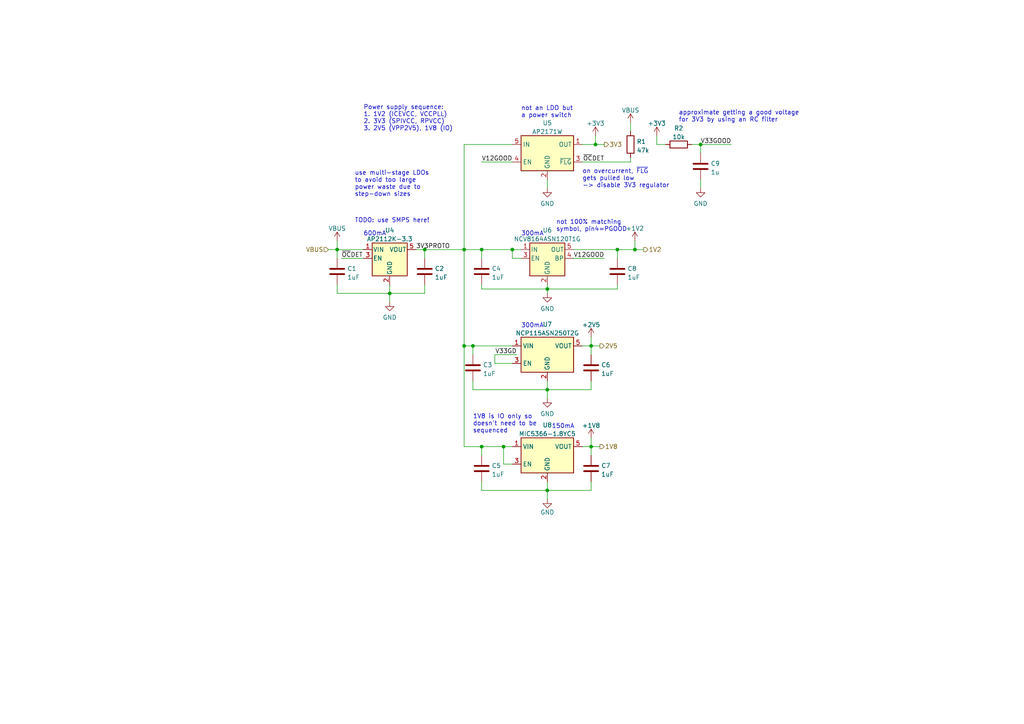
<source format=kicad_sch>
(kicad_sch (version 20211123) (generator eeschema)
  (paper "A4")
  (lib_symbols
    (symbol "Device:C" (pin_numbers hide) (pin_names (offset 0.254))
      (property "Reference" "C" (at 0.635 2.54 0))
      (property "Value" "C" (at 0.635 -2.54 0))
      (symbol "C_0_1"
        (polyline (pts (xy -2.032 -0.762) (xy 2.032 -0.762)) (stroke (width 0.508)))
        (polyline (pts (xy -2.032 0.762) (xy 2.032 0.762)) (stroke (width 0.508)))
      )
      (symbol "C_1_1"
        (pin passive line (at 0 3.81 270) (length 2.794) (name "~") (number "1"))
        (pin passive line (at 0 -3.81 90) (length 2.794) (name "~") (number "2"))
      )
    )
    (symbol "Device:R" (pin_numbers hide) (pin_names (offset 0))
      (property "Reference" "R" (at 2.032 0 90))
      (property "Value" "R" (at 0 0 90))
      (symbol "R_0_1"
        (rectangle (start -1.016 -2.54) (end 1.016 2.54) (stroke (width 0.254)))
      )
      (symbol "R_1_1"
        (pin passive line (at 0 3.81 270) (length 1.27) (name "~") (number "1"))
        (pin passive line (at 0 -3.81 90) (length 1.27) (name "~") (number "2"))
      )
    )
    (symbol "Power_Management:AP2171W"
      (property "Reference" "U" (at -7.62 -6.35 0))
      (property "Value" "AP2171W" (at -7.62 6.35 0))
      (symbol "AP2171W_0_1"
        (rectangle (start -7.62 5.08) (end 7.62 -5.08) (stroke (width 0.254)) (fill (type background)))
      )
      (symbol "AP2171W_1_1"
        (pin power_out line (at 10.16 2.54 180) (length 2.54) (name "OUT") (number "1"))
        (pin power_in line (at 0 -7.62 90) (length 2.54) (name "GND") (number "2"))
        (pin open_collector line (at 10.16 -2.54 180) (length 2.54) (name "~{FLG}") (number "3"))
        (pin input line (at -10.16 -2.54 0) (length 2.54) (name "EN") (number "4"))
        (pin power_in line (at -10.16 2.54 0) (length 2.54) (name "IN") (number "5"))
      )
    )
    (symbol "Regulator_Linear:AP2112K-3.3" (pin_names (offset 0.254))
      (property "Reference" "U" (at -5.08 5.715 0))
      (property "Value" "AP2112K-3.3" (at 0 5.715 0))
      (symbol "AP2112K-3.3_0_1"
        (rectangle (start -5.08 4.445) (end 5.08 -5.08) (stroke (width 0.254)) (fill (type background)))
      )
      (symbol "AP2112K-3.3_1_1"
        (pin power_in line (at -7.62 2.54 0) (length 2.54) (name "VIN") (number "1"))
        (pin power_in line (at 0 -7.62 90) (length 2.54) (name "GND") (number "2"))
        (pin input line (at -7.62 0 0) (length 2.54) (name "EN") (number "3"))
        (pin no_connect line (at 5.08 0 180) (length 2.54) hide (name "NC") (number "4"))
        (pin power_out line (at 7.62 2.54 180) (length 2.54) (name "VOUT") (number "5"))
      )
    )
    (symbol "Regulator_Linear:MIC5205-2.5YM5" (pin_names (offset 0.254))
      (property "Reference" "U" (at -3.81 5.715 0))
      (property "Value" "MIC5205-2.5YM5" (at 0 5.715 0))
      (symbol "MIC5205-2.5YM5_0_1"
        (rectangle (start -5.08 4.445) (end 5.08 -5.08) (stroke (width 0.254)) (fill (type background)))
      )
      (symbol "MIC5205-2.5YM5_1_1"
        (pin power_in line (at -7.62 2.54 0) (length 2.54) (name "IN") (number "1"))
        (pin power_in line (at 0 -7.62 90) (length 2.54) (name "GND") (number "2"))
        (pin input line (at -7.62 0 0) (length 2.54) (name "EN") (number "3"))
        (pin input line (at 7.62 0 180) (length 2.54) (name "BP") (number "4"))
        (pin power_out line (at 7.62 2.54 180) (length 2.54) (name "OUT") (number "5"))
      )
    )
    (symbol "Regulator_Linear:MIC5365-3.3YC5"
      (property "Reference" "U" (at -6.35 6.35 0))
      (property "Value" "MIC5365-3.3YC5" (at 0 6.35 0))
      (symbol "MIC5365-3.3YC5_0_1"
        (rectangle (start -7.62 -5.08) (end 7.62 5.08) (stroke (width 0.254)) (fill (type background)))
      )
      (symbol "MIC5365-3.3YC5_1_1"
        (pin power_in line (at -10.16 2.54 0) (length 2.54) (name "VIN") (number "1"))
        (pin power_in line (at 0 -7.62 90) (length 2.54) (name "GND") (number "2"))
        (pin input line (at -10.16 -2.54 0) (length 2.54) (name "EN") (number "3"))
        (pin no_connect line (at 7.62 -2.54 180) (length 2.54) hide (name "NC") (number "4"))
        (pin power_out line (at 10.16 2.54 180) (length 2.54) (name "VOUT") (number "5"))
      )
    )
    (symbol "power:+1V2" (power) (pin_names (offset 0))
      (property "Value" "+1V2" (at 0 3.556 0))
      (symbol "+1V2_0_1"
        (polyline (pts (xy -0.762 1.27) (xy 0 2.54)))
        (polyline (pts (xy 0 0) (xy 0 2.54)))
        (polyline (pts (xy 0 2.54) (xy 0.762 1.27)))
      )
      (symbol "+1V2_1_1"
        (pin power_in line (at 0 0 90) (length 0) hide (name "+1V2") (number "1"))
      )
    )
    (symbol "power:+1V8" (power) (pin_names (offset 0))
      (property "Value" "+1V8" (at 0 3.556 0))
      (symbol "+1V8_0_1"
        (polyline (pts (xy -0.762 1.27) (xy 0 2.54)))
        (polyline (pts (xy 0 0) (xy 0 2.54)))
        (polyline (pts (xy 0 2.54) (xy 0.762 1.27)))
      )
      (symbol "+1V8_1_1"
        (pin power_in line (at 0 0 90) (length 0) hide (name "+1V8") (number "1"))
      )
    )
    (symbol "power:+2V5" (power) (pin_names (offset 0))
      (property "Value" "+2V5" (at 0 3.556 0))
      (symbol "+2V5_0_1"
        (polyline (pts (xy -0.762 1.27) (xy 0 2.54)))
        (polyline (pts (xy 0 0) (xy 0 2.54)))
        (polyline (pts (xy 0 2.54) (xy 0.762 1.27)))
      )
      (symbol "+2V5_1_1"
        (pin power_in line (at 0 0 90) (length 0) hide (name "+2V5") (number "1"))
      )
    )
    (symbol "power:+3V3" (power) (pin_names (offset 0))
      (property "Value" "+3V3" (at 0 3.556 0))
      (symbol "+3V3_0_1"
        (polyline (pts (xy -0.762 1.27) (xy 0 2.54)))
        (polyline (pts (xy 0 0) (xy 0 2.54)))
        (polyline (pts (xy 0 2.54) (xy 0.762 1.27)))
      )
      (symbol "+3V3_1_1"
        (pin power_in line (at 0 0 90) (length 0) hide (name "+3V3") (number "1"))
      )
    )
    (symbol "power:GND" (power) (pin_names (offset 0))
      (property "Value" "GND" (at 0 -3.81 0))
      (symbol "GND_0_1"
        (polyline (pts (xy 0 0) (xy 0 -1.27) (xy 1.27 -1.27) (xy 0 -2.54) (xy -1.27 -1.27) (xy 0 -1.27)))
      )
      (symbol "GND_1_1"
        (pin power_in line (at 0 0 270) (length 0) hide (name "GND") (number "1"))
      )
    )
    (symbol "power:VBUS" (power) (pin_names (offset 0))
      (property "Value" "VBUS" (at 0 3.81 0))
      (symbol "VBUS_0_1"
        (polyline (pts (xy -0.762 1.27) (xy 0 2.54)))
        (polyline (pts (xy 0 0) (xy 0 2.54)))
        (polyline (pts (xy 0 2.54) (xy 0.762 1.27)))
      )
      (symbol "VBUS_1_1"
        (pin power_in line (at 0 0 90) (length 0) hide (name "VBUS") (number "1"))
      )
    )
  )
  (junction (at 148.59 72.39))
  (junction (at 171.45 100.33))
  (junction (at 184.15 72.39))
  (junction (at 97.79 72.39))
  (junction (at 171.45 129.54))
  (junction (at 158.75 142.24))
  (junction (at 137.16 100.33))
  (junction (at 179.07 72.39))
  (junction (at 172.72 41.91))
  (junction (at 158.75 113.03))
  (junction (at 134.62 100.33))
  (junction (at 203.2 41.91))
  (junction (at 139.7 72.39))
  (junction (at 113.03 85.09))
  (junction (at 139.7 129.54))
  (junction (at 158.75 83.82))
  (junction (at 123.19 72.39))
  (junction (at 146.05 129.54))
  (junction (at 134.62 72.39))
  (wire (pts (xy 171.45 100.33) (xy 173.99 100.33)))
  (wire (pts (xy 97.79 72.39) (xy 105.41 72.39)))
  (wire (pts (xy 143.51 105.41) (xy 148.59 105.41)))
  (wire (pts (xy 172.72 41.91) (xy 175.26 41.91)))
  (wire (pts (xy 171.45 110.49) (xy 171.45 113.03)))
  (wire (pts (xy 97.79 85.09) (xy 113.03 85.09)))
  (wire (pts (xy 184.15 69.85) (xy 184.15 72.39)))
  (wire (pts (xy 179.07 72.39) (xy 184.15 72.39)))
  (wire (pts (xy 139.7 129.54) (xy 146.05 129.54)))
  (wire (pts (xy 139.7 72.39) (xy 148.59 72.39)))
  (wire (pts (xy 139.7 72.39) (xy 139.7 74.93)))
  (wire (pts (xy 139.7 82.55) (xy 139.7 83.82)))
  (wire (pts (xy 182.88 45.72) (xy 182.88 46.99)))
  (wire (pts (xy 143.51 102.87) (xy 149.86 102.87)))
  (wire (pts (xy 137.16 100.33) (xy 137.16 102.87)))
  (wire (pts (xy 97.79 72.39) (xy 97.79 74.93)))
  (wire (pts (xy 137.16 100.33) (xy 148.59 100.33)))
  (wire (pts (xy 134.62 41.91) (xy 134.62 72.39)))
  (wire (pts (xy 99.06 74.93) (xy 105.41 74.93)))
  (wire (pts (xy 134.62 41.91) (xy 148.59 41.91)))
  (wire (pts (xy 171.45 142.24) (xy 158.75 142.24)))
  (wire (pts (xy 184.15 72.39) (xy 186.69 72.39)))
  (wire (pts (xy 158.75 142.24) (xy 158.75 144.78)))
  (wire (pts (xy 123.19 72.39) (xy 134.62 72.39)))
  (wire (pts (xy 158.75 139.7) (xy 158.75 142.24)))
  (wire (pts (xy 137.16 113.03) (xy 158.75 113.03)))
  (wire (pts (xy 148.59 134.62) (xy 146.05 134.62)))
  (wire (pts (xy 139.7 139.7) (xy 139.7 142.24)))
  (wire (pts (xy 134.62 129.54) (xy 139.7 129.54)))
  (wire (pts (xy 171.45 113.03) (xy 158.75 113.03)))
  (wire (pts (xy 143.51 105.41) (xy 143.51 102.87)))
  (wire (pts (xy 134.62 100.33) (xy 134.62 129.54)))
  (wire (pts (xy 146.05 129.54) (xy 148.59 129.54)))
  (wire (pts (xy 190.5 41.91) (xy 193.04 41.91)))
  (wire (pts (xy 158.75 113.03) (xy 158.75 110.49)))
  (wire (pts (xy 179.07 82.55) (xy 179.07 83.82)))
  (wire (pts (xy 171.45 129.54) (xy 171.45 132.08)))
  (wire (pts (xy 166.37 74.93) (xy 175.26 74.93)))
  (wire (pts (xy 134.62 100.33) (xy 137.16 100.33)))
  (wire (pts (xy 95.25 72.39) (xy 97.79 72.39)))
  (wire (pts (xy 139.7 142.24) (xy 158.75 142.24)))
  (wire (pts (xy 171.45 127) (xy 171.45 129.54)))
  (wire (pts (xy 97.79 82.55) (xy 97.79 85.09)))
  (wire (pts (xy 139.7 83.82) (xy 158.75 83.82)))
  (wire (pts (xy 168.91 41.91) (xy 172.72 41.91)))
  (wire (pts (xy 139.7 46.99) (xy 148.59 46.99)))
  (wire (pts (xy 158.75 82.55) (xy 158.75 83.82)))
  (wire (pts (xy 113.03 82.55) (xy 113.03 85.09)))
  (wire (pts (xy 179.07 72.39) (xy 179.07 74.93)))
  (wire (pts (xy 158.75 52.07) (xy 158.75 54.61)))
  (wire (pts (xy 171.45 139.7) (xy 171.45 142.24)))
  (wire (pts (xy 203.2 41.91) (xy 212.09 41.91)))
  (wire (pts (xy 171.45 97.79) (xy 171.45 100.33)))
  (wire (pts (xy 123.19 85.09) (xy 113.03 85.09)))
  (wire (pts (xy 123.19 82.55) (xy 123.19 85.09)))
  (wire (pts (xy 168.91 100.33) (xy 171.45 100.33)))
  (wire (pts (xy 203.2 41.91) (xy 203.2 44.45)))
  (wire (pts (xy 171.45 129.54) (xy 173.99 129.54)))
  (wire (pts (xy 113.03 85.09) (xy 113.03 87.63)))
  (wire (pts (xy 146.05 134.62) (xy 146.05 129.54)))
  (wire (pts (xy 190.5 41.91) (xy 190.5 39.37)))
  (wire (pts (xy 179.07 83.82) (xy 158.75 83.82)))
  (wire (pts (xy 166.37 72.39) (xy 179.07 72.39)))
  (wire (pts (xy 168.91 46.99) (xy 182.88 46.99)))
  (wire (pts (xy 182.88 35.56) (xy 182.88 38.1)))
  (wire (pts (xy 97.79 69.85) (xy 97.79 72.39)))
  (wire (pts (xy 172.72 41.91) (xy 172.72 39.37)))
  (wire (pts (xy 158.75 113.03) (xy 158.75 115.57)))
  (wire (pts (xy 137.16 110.49) (xy 137.16 113.03)))
  (wire (pts (xy 123.19 72.39) (xy 123.19 74.93)))
  (wire (pts (xy 134.62 72.39) (xy 134.62 100.33)))
  (wire (pts (xy 168.91 129.54) (xy 171.45 129.54)))
  (wire (pts (xy 158.75 83.82) (xy 158.75 85.09)))
  (wire (pts (xy 203.2 52.07) (xy 203.2 54.61)))
  (wire (pts (xy 171.45 100.33) (xy 171.45 102.87)))
  (wire (pts (xy 134.62 72.39) (xy 139.7 72.39)))
  (wire (pts (xy 120.65 72.39) (xy 123.19 72.39)))
  (wire (pts (xy 148.59 72.39) (xy 151.13 72.39)))
  (wire (pts (xy 139.7 129.54) (xy 139.7 132.08)))
  (wire (pts (xy 200.66 41.91) (xy 203.2 41.91)))
  (wire (pts (xy 151.13 74.93) (xy 148.59 74.93)))
  (wire (pts (xy 148.59 74.93) (xy 148.59 72.39)))
  (text "1V8 is IO only so\ndoesn't need to be\nsequenced" (at 137.16 125.73 0) (effects (font (size 1.27 1.27)) (justify left bottom)))
  (text "not an LDO but\na power switch" (at 151.13 34.29 0) (effects (font (size 1.27 1.27)) (justify left bottom)))
  (text "Power supply sequence:\n1. 1V2 (ICEVCC, VCCPLL)\n2. 3V3 (SPIVCC, RPVCC)\n3. 2V5 (VPP2V5), 1V8 (IO)" (at 105.41 38.1 0) (effects (font (size 1.27 1.27)) (justify left bottom)))
  (text "TODO: use SMPS here!" (at 102.87 64.77 0) (effects (font (size 1.27 1.27)) (justify left bottom)))
  (text "approximate getting a good voltage \nfor 3V3 by using an RC filter" (at 196.85 35.56 0) (effects (font (size 1.27 1.27)) (justify left bottom)))
  (text "on overcurrent, ~{FLG}\ngets pulled low\n-> disable 3V3 regulator" (at 168.91 54.61 0) (effects (font (size 1.27 1.27)) (justify left bottom)))
  (text "use multi-stage LDOs\nto avoid too large\npower waste due to\nstep-down sizes" (at 102.87 57.15 0) (effects (font (size 1.27 1.27)) (justify left bottom)))
  (text "150mA" (at 160.02 124.46 0) (effects (font (size 1.27 1.27)) (justify left bottom)))
  (text "600mA" (at 105.41 68.58 0) (effects (font (size 1.27 1.27)) (justify left bottom)))
  (text "300mA" (at 151.13 68.58 0) (effects (font (size 1.27 1.27)) (justify left bottom)))
  (text "300mA" (at 151.13 95.25 0) (effects (font (size 1.27 1.27)) (justify left bottom)))
  (text "not 100% matching\nsymbol, pin4=PGOOD" (at 161.29 67.31 0) (effects (font (size 1.27 1.27)) (justify left bottom)))
  (label "~{OC}DET" (at 99.06 74.93 0))
  (label "V12GOOD" (at 139.7 46.99 0))
  (label "~{OC}DET" (at 175.26 46.99 180))
  (label "3V3PROTO" (at 120.65 72.39 0))
  (label "V12GOOD" (at 175.26 74.93 180))
  (label "V33GD" (at 149.86 102.87 180))
  (label "V33GOOD" (at 212.09 41.91 180))
  (hierarchical_label "2V5" (shape output) (at 173.99 100.33 0))
  (hierarchical_label "1V8" (shape output) (at 173.99 129.54 0))
  (hierarchical_label "1V2" (shape output) (at 186.69 72.39 0))
  (hierarchical_label "VBUS" (shape input) (at 95.25 72.39 180))
  (hierarchical_label "3V3" (shape output) (at 175.26 41.91 0))
  (symbol (lib_id "Device:C") (at 171.45 106.68 0) (unit 1)
    (property "Reference" "C6" (at 174.371 105.8453 0) (effects (justify left)))
    (property "Value" "1uF" (at 174.371 108.3822 0) (effects (justify left)))
  )
  (symbol (lib_id "Device:C") (at 137.16 106.68 0) (unit 1)
    (property "Reference" "C3" (at 140.081 105.8453 0) (effects (justify left)))
    (property "Value" "1uF" (at 140.081 108.3822 0) (effects (justify left)))
  )
  (symbol (lib_id "power:+2V5") (at 171.45 97.79 0) (unit 1)
    (property "Reference" "#PWR08" (effects hide))
    (property "Value" "+2V5" (at 171.45 94.2142 0))
  )
  (symbol (lib_id "Regulator_Linear:AP2112K-3.3") (at 113.03 74.93 0) (unit 1)
    (property "Reference" "U4" (at 113.03 66.7852 0))
    (property "Value" "AP2112K-3.3" (at 113.03 69.3221 0))
    (property "Footprint" "Package_TO_SOT_SMD:SOT-23-5" (effects hide))
    (property "Datasheet" "https://www.diodes.com/assets/Datasheets/AP2112.pdf" (effects hide))
  )
  (symbol (lib_id "Regulator_Linear:MIC5365-3.3YC5") (at 158.75 132.08 0) (unit 1)
    (property "Reference" "U8" (at 158.75 123.3002 0))
    (property "Value" "MIC5366-1.8YC5" (at 158.75 125.8371 0))
    (property "Footprint" "Package_TO_SOT_SMD:SOT-353_SC-70-5" (effects hide))
    (property "Datasheet" "http://ww1.microchip.com/downloads/en/DeviceDoc/mic5365.pdf" (effects hide))
  )
  (symbol (lib_id "Device:C") (at 203.2 48.26 0) (unit 1)
    (property "Reference" "C9" (at 206.121 47.4253 0) (effects (justify left)))
    (property "Value" "1u" (at 206.121 49.9622 0) (effects (justify left)))
  )
  (symbol (lib_id "power:+3V3") (at 190.5 39.37 0) (unit 1)
    (property "Reference" "#PWR012" (effects hide))
    (property "Value" "+3V3" (at 190.5 35.7942 0))
  )
  (symbol (lib_id "Device:C") (at 139.7 78.74 0) (unit 1)
    (property "Reference" "C4" (at 142.621 77.9053 0) (effects (justify left)))
    (property "Value" "1uF" (at 142.621 80.4422 0) (effects (justify left)))
  )
  (symbol (lib_id "power:GND") (at 203.2 54.61 0) (unit 1)
    (property "Reference" "#PWR013" (effects hide))
    (property "Value" "GND" (at 203.2 59.0534 0))
  )
  (symbol (lib_id "Device:C") (at 171.45 135.89 0) (unit 1)
    (property "Reference" "C7" (at 174.371 135.0553 0) (effects (justify left)))
    (property "Value" "1uF" (at 174.371 137.5922 0) (effects (justify left)))
  )
  (symbol (lib_id "power:GND") (at 158.75 115.57 0) (unit 1)
    (property "Reference" "#PWR05" (effects hide))
    (property "Value" "GND" (at 158.75 120.0134 0))
  )
  (symbol (lib_id "power:GND") (at 158.75 144.78 0) (unit 1)
    (property "Reference" "#PWR06" (effects hide))
    (property "Value" "GND" (at 158.75 148.59 0))
  )
  (symbol (lib_id "power:+3V3") (at 172.72 39.37 0) (unit 1)
    (property "Reference" "#PWR07" (effects hide))
    (property "Value" "+3V3" (at 172.72 35.7942 0))
  )
  (symbol (lib_id "Power_Management:AP2171W") (at 158.75 44.45 0) (unit 1)
    (property "Reference" "U5" (at 158.75 35.6702 0))
    (property "Value" "AP2171W" (at 158.75 38.2071 0))
    (property "Footprint" "Package_TO_SOT_SMD:SOT-23-5" (effects hide))
    (property "Datasheet" "https://www.diodes.com/assets/Datasheets/AP2161.pdf" (effects hide))
  )
  (symbol (lib_id "Device:C") (at 179.07 78.74 0) (unit 1)
    (property "Reference" "C8" (at 181.991 77.9053 0) (effects (justify left)))
    (property "Value" "1uF" (at 181.991 80.4422 0) (effects (justify left)))
  )
  (symbol (lib_id "Device:C") (at 123.19 78.74 0) (unit 1)
    (property "Reference" "C2" (at 126.111 77.9053 0) (effects (justify left)))
    (property "Value" "1uF" (at 126.111 80.4422 0) (effects (justify left)))
  )
  (symbol (lib_id "power:VBUS") (at 97.79 69.85 0) (unit 1)
    (property "Reference" "#PWR01" (effects hide))
    (property "Value" "VBUS" (at 97.79 66.2742 0))
  )
  (symbol (lib_id "power:GND") (at 113.03 87.63 0) (unit 1)
    (property "Reference" "#PWR02" (effects hide))
    (property "Value" "GND" (at 113.03 92.0734 0))
  )
  (symbol (lib_id "Device:R") (at 182.88 41.91 0) (unit 1)
    (property "Reference" "R1" (at 184.658 41.0753 0) (effects (justify left)))
    (property "Value" "47k" (at 184.658 43.6122 0) (effects (justify left)))
  )
  (symbol (lib_id "Device:C") (at 97.79 78.74 0) (unit 1)
    (property "Reference" "C1" (at 100.711 77.9053 0) (effects (justify left)))
    (property "Value" "1uF" (at 100.711 80.4422 0) (effects (justify left)))
  )
  (symbol (lib_id "power:+1V8") (at 171.45 127 0) (unit 1)
    (property "Reference" "#PWR09" (effects hide))
    (property "Value" "+1V8" (at 171.45 123.4242 0))
  )
  (symbol (lib_id "Regulator_Linear:MIC5365-3.3YC5") (at 158.75 102.87 0) (unit 1)
    (property "Reference" "U7" (at 158.75 94.0902 0))
    (property "Value" "NCP115ASN250T2G" (at 158.75 96.6271 0))
    (property "Footprint" "Package_TO_SOT_SMD:TSOT-23-5" (effects hide))
    (property "Datasheet" "https://www.onsemi.com/pub/Collateral/NCP115-D.PDF" (effects hide))
  )
  (symbol (lib_id "power:GND") (at 158.75 85.09 0) (unit 1)
    (property "Reference" "#PWR04" (effects hide))
    (property "Value" "GND" (at 158.75 89.5334 0))
  )
  (symbol (lib_id "power:GND") (at 158.75 54.61 0) (unit 1)
    (property "Reference" "#PWR03" (effects hide))
    (property "Value" "GND" (at 158.75 59.0534 0))
  )
  (symbol (lib_id "Device:C") (at 139.7 135.89 0) (unit 1)
    (property "Reference" "C5" (at 142.621 135.0553 0) (effects (justify left)))
    (property "Value" "1uF" (at 142.621 137.5922 0) (effects (justify left)))
  )
  (symbol (lib_id "Regulator_Linear:MIC5205-2.5YM5") (at 158.75 74.93 0) (unit 1)
    (property "Reference" "U6" (at 158.75 66.7852 0))
    (property "Value" "NCV8164ASN120T1G" (at 158.75 69.3221 0))
    (property "Footprint" "Package_TO_SOT_SMD:TSOT-23-5" (effects hide))
    (property "Datasheet" "https://www.onsemi.com/pdf/datasheet/ncv8164-d.pdf" (effects hide))
  )
  (symbol (lib_id "power:+1V2") (at 184.15 69.85 0) (unit 1)
    (property "Reference" "#PWR011" (effects hide))
    (property "Value" "+1V2" (at 184.15 66.2742 0))
  )
  (symbol (lib_id "Device:R") (at 196.85 41.91 90) (unit 1)
    (property "Reference" "R2" (at 196.85 37.1942 90))
    (property "Value" "10k" (at 196.85 39.7311 90))
  )
  (symbol (lib_id "power:VBUS") (at 182.88 35.56 0) (unit 1)
    (property "Reference" "#PWR010" (effects hide))
    (property "Value" "VBUS" (at 182.88 31.9842 0))
  )
)
</source>
